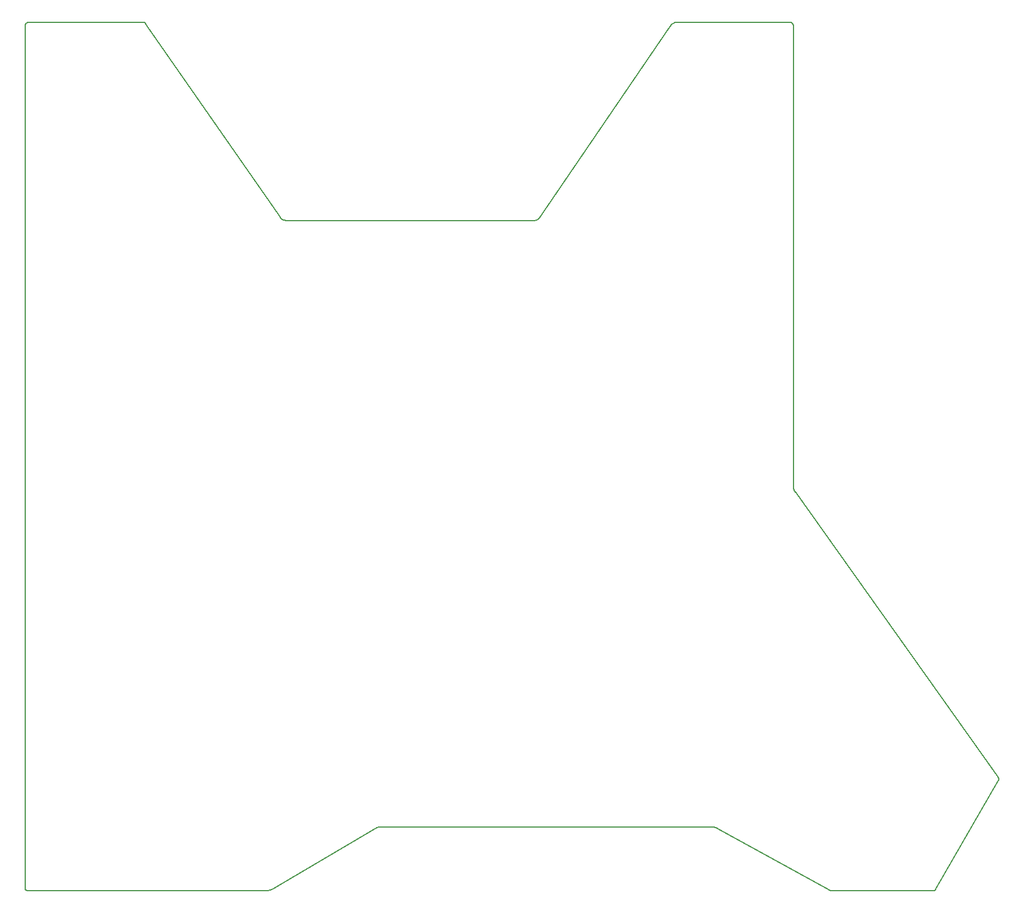
<source format=gbr>
%TF.GenerationSoftware,KiCad,Pcbnew,(6.0.4-0)*%
%TF.CreationDate,2022-04-23T01:33:07+09:00*%
%TF.ProjectId,diodeless,64696f64-656c-4657-9373-2e6b69636164,rev?*%
%TF.SameCoordinates,Original*%
%TF.FileFunction,Profile,NP*%
%FSLAX46Y46*%
G04 Gerber Fmt 4.6, Leading zero omitted, Abs format (unit mm)*
G04 Created by KiCad (PCBNEW (6.0.4-0)) date 2022-04-23 01:33:07*
%MOMM*%
%LPD*%
G01*
G04 APERTURE LIST*
%TA.AperFunction,Profile*%
%ADD10C,0.200000*%
%TD*%
G04 APERTURE END LIST*
D10*
X130857781Y-154180221D02*
X130827358Y-154172327D01*
X48085542Y-154115430D02*
X48039301Y-154129661D01*
X113910772Y-144906714D02*
X113859116Y-144888439D01*
X49915833Y-55066810D02*
X49940146Y-55081022D01*
X63599991Y-145029007D02*
X63599991Y-145029007D01*
X125714066Y-95398941D02*
X155600006Y-137472000D01*
X29262660Y-25900446D02*
X29317461Y-25901513D01*
X50400002Y-55200001D02*
X50400002Y-55200001D01*
X130743338Y-154141464D02*
X130716690Y-154128761D01*
X87302454Y-55176111D02*
X87356789Y-55162527D01*
X130516632Y-154005341D02*
X130516632Y-154005341D01*
X87835556Y-54799671D02*
X87835556Y-54799671D01*
X87795164Y-54849476D02*
X87835556Y-54799671D01*
X49591232Y-54754448D02*
X49631232Y-54807006D01*
X114168153Y-145025056D02*
X114132742Y-145005488D01*
X11963034Y-154016024D02*
X11952708Y-153996527D01*
X29199999Y-25900000D02*
X29199999Y-25900000D01*
X64599991Y-144800003D02*
X64470016Y-144803568D01*
X12013832Y-26159999D02*
X12045609Y-26110922D01*
X155666382Y-137811986D02*
X155659273Y-137826723D01*
X113518979Y-144809152D02*
X113459550Y-144803220D01*
X12322489Y-25908669D02*
X12347879Y-25903896D01*
X63822710Y-144908987D02*
X63763802Y-144933459D01*
X125406937Y-94781264D02*
X125413124Y-94834865D01*
X49940146Y-55081022D02*
X49964892Y-55094424D01*
X87050003Y-55200001D02*
X87119024Y-55198525D01*
X125402798Y-94724706D02*
X125406937Y-94781264D01*
X125462036Y-95028029D02*
X125481224Y-95073091D01*
X146170644Y-154170456D02*
X146157166Y-154175932D01*
X155691849Y-137643486D02*
X155693865Y-137657038D01*
X87457168Y-55125975D02*
X87503854Y-55102937D01*
X11943311Y-153975899D02*
X11934839Y-153954120D01*
X12080647Y-26065690D02*
X12118743Y-26024820D01*
X130770453Y-154152956D02*
X130743338Y-154141464D01*
X125432380Y-94934863D02*
X125445816Y-94982092D01*
X108000000Y-25900000D02*
X108000000Y-25900000D01*
X29317461Y-25901513D02*
X29365258Y-25903524D01*
X50151721Y-55165760D02*
X50210000Y-55179000D01*
X125135648Y-25978236D02*
X125159015Y-25996990D01*
X87356789Y-55162527D02*
X87408253Y-55145826D01*
X11960888Y-26267635D02*
X11985524Y-26212409D01*
X47886743Y-154167249D02*
X47829146Y-154178524D01*
X87183892Y-55194075D02*
X87244929Y-55186615D01*
X130516632Y-154005341D02*
X114199997Y-145044006D01*
X29459731Y-25914810D02*
X29475193Y-25918464D01*
X113459550Y-144803220D02*
X113399994Y-144800003D01*
X155621906Y-137498015D02*
X155631815Y-137511050D01*
X114052200Y-144965450D02*
X114007560Y-144945457D01*
X49891936Y-55051783D02*
X49915833Y-55066810D01*
X50095737Y-55149365D02*
X50123451Y-55157958D01*
X155659273Y-137826723D02*
X155651379Y-137841589D01*
X49591232Y-54754448D02*
X49591232Y-54754448D01*
X125302569Y-26199505D02*
X125315484Y-26229959D01*
X146183781Y-154164453D02*
X146170644Y-154170456D01*
X146051890Y-154198860D02*
X146035092Y-154199839D01*
X107962210Y-25903197D02*
X108000000Y-25900000D01*
X64138991Y-144830807D02*
X64073618Y-144841377D01*
X12061584Y-154122536D02*
X12044669Y-154110390D01*
X146278546Y-154098423D02*
X146256347Y-154117821D01*
X29575683Y-25971258D02*
X29598285Y-25992486D01*
X125481224Y-95073091D02*
X125503563Y-95117692D01*
X29475193Y-25918464D02*
X29489761Y-25922678D01*
X48522667Y-153922913D02*
X48522667Y-153922913D01*
X49631232Y-54807006D02*
X49671984Y-54856167D01*
X48130543Y-154100124D02*
X48085542Y-154115430D01*
X29673747Y-26080624D02*
X29738998Y-26163000D01*
X125057692Y-25932992D02*
X125085013Y-25946142D01*
X12183217Y-154175766D02*
X12160531Y-154169132D01*
X124967399Y-25906267D02*
X124998911Y-25912960D01*
X47940541Y-154155437D02*
X47886743Y-154167249D01*
X50123451Y-55157958D02*
X50151721Y-55165760D01*
X125159015Y-25996990D02*
X125181115Y-26017423D01*
X130889941Y-154186928D02*
X130857781Y-154180221D01*
X29738998Y-26163000D02*
X49591232Y-54754448D01*
X155695673Y-137684368D02*
X155695458Y-137698155D01*
X155649532Y-137537197D02*
X155657333Y-137550319D01*
X11900000Y-26568001D02*
X11900000Y-26568001D01*
X12283723Y-154194020D02*
X12231512Y-154186508D01*
X125400002Y-26699999D02*
X125400002Y-26699999D01*
X11900000Y-92750000D02*
X11900000Y-26568001D01*
X130827358Y-154172327D02*
X130798354Y-154163241D01*
X107884962Y-25921038D02*
X107923838Y-25910279D01*
X12373724Y-25900984D02*
X12400000Y-25900000D01*
X155694492Y-137712030D02*
X155692770Y-137725997D01*
X107806010Y-25952757D02*
X107845660Y-25935266D01*
X11952708Y-153996527D02*
X11943311Y-153975899D01*
X11923459Y-26384478D02*
X11940131Y-26325162D01*
X107605271Y-26081864D02*
X107685752Y-26022721D01*
X146221306Y-154143364D02*
X146209095Y-154150899D01*
X50270713Y-55189105D02*
X50334000Y-55196098D01*
X49845320Y-55019279D02*
X49891936Y-55051783D01*
X29646461Y-26046845D02*
X29673747Y-26080624D01*
X113750506Y-144855275D02*
X113694044Y-144840861D01*
X146068215Y-154197290D02*
X146051890Y-154198860D01*
X63652208Y-144993222D02*
X63599991Y-145029007D01*
X87755107Y-54895811D02*
X87795164Y-54849476D01*
X64271273Y-144815532D02*
X64204954Y-144822275D01*
X125372249Y-26426722D02*
X125383905Y-26495386D01*
X155622950Y-137887001D02*
X155600006Y-137917999D01*
X47767112Y-154189395D02*
X47700001Y-154199997D01*
X113578034Y-144817562D02*
X113518979Y-144809152D01*
X155678263Y-137782876D02*
X155672711Y-137797371D01*
X29738998Y-26163000D02*
X29738998Y-26163000D01*
X48039301Y-154129661D02*
X47991180Y-154142952D01*
X49964892Y-55094424D02*
X49990089Y-55107018D01*
X50015755Y-55118806D02*
X50041906Y-55129791D01*
X146360884Y-154003250D02*
X146341007Y-154029554D01*
X125445816Y-94982092D02*
X125462036Y-95028029D01*
X130663532Y-154099690D02*
X130636387Y-154083310D01*
X125357101Y-26359091D02*
X125372249Y-26426722D01*
X12297582Y-25915241D02*
X12322489Y-25908669D01*
X125413124Y-94834865D02*
X125421544Y-94885926D01*
X48174944Y-154083611D02*
X48130543Y-154100124D01*
X12400000Y-154199997D02*
X12339878Y-154198462D01*
X125110990Y-25961255D02*
X125135648Y-25978236D01*
X125591326Y-95252897D02*
X125628108Y-95299819D01*
X108000000Y-25900000D02*
X124900002Y-25900000D01*
X11903187Y-26506412D02*
X11911075Y-26445066D01*
X11940131Y-26325162D02*
X11960888Y-26267635D01*
X107222554Y-26465284D02*
X107294392Y-26382445D01*
X146400009Y-153945999D02*
X146380508Y-153975377D01*
X48219384Y-154065754D02*
X48174944Y-154083611D01*
X29365258Y-25903524D02*
X29406908Y-25906804D01*
X155600006Y-137472000D02*
X155621906Y-137498015D01*
X107685752Y-26022721D02*
X107725978Y-25996692D01*
X87715065Y-54938711D02*
X87755107Y-54895811D01*
X114199997Y-145044006D02*
X114199997Y-145044006D01*
X11900000Y-153736023D02*
X11900000Y-153736023D01*
X87633742Y-55014351D02*
X87674716Y-54978213D01*
X12249314Y-25933521D02*
X12273182Y-25923546D01*
X12339878Y-154198462D02*
X12283723Y-154194020D01*
X47700001Y-154199997D02*
X12400000Y-154199997D01*
X125399933Y-94601059D02*
X125399933Y-94601059D01*
X146129121Y-154185274D02*
X146114521Y-154189123D01*
X125085013Y-25946142D02*
X125110990Y-25961255D01*
X155641025Y-137524109D02*
X155649532Y-137537197D01*
X107845660Y-25935266D02*
X107884962Y-25921038D01*
X48264503Y-154046421D02*
X48219384Y-154065754D01*
X146380508Y-153975377D02*
X146360884Y-154003250D01*
X125257381Y-26114049D02*
X125273544Y-26141455D01*
X87408253Y-55145826D02*
X87457168Y-55125975D01*
X29529167Y-25939085D02*
X29541228Y-25945944D01*
X29443267Y-25911676D02*
X29459731Y-25914810D01*
X12138815Y-154161631D02*
X12118065Y-154153240D01*
X12226006Y-25945100D02*
X12249314Y-25933521D01*
X124998911Y-25912960D02*
X125029000Y-25921900D01*
X12118065Y-154153240D02*
X12098279Y-154143941D01*
X125327369Y-26261239D02*
X125338249Y-26293251D01*
X12400000Y-25900000D02*
X12400000Y-25900000D01*
X11986485Y-154051707D02*
X11974292Y-154034411D01*
X106889000Y-26899000D02*
X106889000Y-26899000D01*
X125348151Y-26325900D02*
X125357101Y-26359091D01*
X131000015Y-154199997D02*
X131000015Y-154199997D01*
X11900000Y-92750000D02*
X11900000Y-92750000D01*
X12160531Y-154169132D02*
X12138815Y-154161631D01*
X87674716Y-54978213D02*
X87715065Y-54938711D01*
X146320745Y-154054226D02*
X146299969Y-154077204D01*
X146143331Y-154180874D02*
X146129121Y-154185274D01*
X12013688Y-154083108D02*
X11999616Y-154067933D01*
X29516641Y-25932948D02*
X29529167Y-25939085D01*
X146256347Y-154117821D02*
X146244915Y-154126817D01*
X63883381Y-144887790D02*
X63822710Y-144908987D01*
X125288598Y-26169972D02*
X125302569Y-26199505D01*
X155689097Y-137630004D02*
X155691849Y-137643486D01*
X29564379Y-25961990D02*
X29575683Y-25971258D01*
X125315484Y-26229959D02*
X125327369Y-26261239D01*
X49990089Y-55107018D02*
X50015755Y-55118806D01*
X87119024Y-55198525D02*
X87183892Y-55194075D01*
X125628108Y-95299819D02*
X125668960Y-95348362D01*
X63706889Y-144961455D02*
X63652208Y-144993222D01*
X11906250Y-153827250D02*
X11903265Y-153798141D01*
X64599991Y-144800003D02*
X64599991Y-144800003D01*
X155690291Y-137740061D02*
X155687049Y-137754226D01*
X29552929Y-25953566D02*
X29564379Y-25961990D01*
X113694044Y-144840861D02*
X113636471Y-144828211D01*
X11911075Y-26445066D02*
X11923459Y-26384478D01*
X113636471Y-144828211D02*
X113578034Y-144817562D01*
X107154318Y-26547877D02*
X107222554Y-26465284D01*
X87548631Y-55076677D02*
X87591820Y-55047160D01*
X146244915Y-154126817D02*
X146233240Y-154135334D01*
X12400000Y-25900000D02*
X12400000Y-25900000D01*
X113399994Y-144800003D02*
X64599991Y-144800003D01*
X87503854Y-55102937D02*
X87548631Y-55076677D01*
X125383905Y-26495386D02*
X125392275Y-26564325D01*
X125558430Y-95207179D02*
X125591326Y-95252897D01*
X50210000Y-55179000D02*
X50270713Y-55189105D01*
X47700001Y-154199997D02*
X47700001Y-154199997D01*
X106977458Y-26777565D02*
X107090307Y-26628562D01*
X50400002Y-55200001D02*
X87050003Y-55200001D01*
X114199997Y-145044006D02*
X114168153Y-145025056D01*
X155657333Y-137550319D02*
X155664424Y-137563479D01*
X113960336Y-144925799D02*
X113910772Y-144906714D01*
X47991180Y-154142952D02*
X47940541Y-154155437D01*
X130690194Y-154114838D02*
X130663532Y-154099690D01*
X146000015Y-154199997D02*
X131000015Y-154199997D01*
X113805611Y-144871213D02*
X113750506Y-144855275D01*
X106889000Y-26899000D02*
X106977458Y-26777565D01*
X48410329Y-153978221D02*
X48310940Y-154025477D01*
X11999616Y-154067933D02*
X11986485Y-154051707D01*
X107923838Y-25910279D02*
X107962210Y-25903197D01*
X11985524Y-26212409D02*
X12013832Y-26159999D01*
X125399933Y-94601059D02*
X125400525Y-94664777D01*
X124900002Y-25900000D02*
X124900002Y-25900000D01*
X155600006Y-137472000D02*
X155600006Y-137472000D01*
X12400000Y-154199997D02*
X12400000Y-154199997D01*
X11974292Y-154034411D02*
X11963034Y-154016024D01*
X48310940Y-154025477D02*
X48264503Y-154046421D01*
X11934839Y-153954120D02*
X11927289Y-153931169D01*
X125668960Y-95348362D02*
X125714066Y-95398941D01*
X12098279Y-154143941D02*
X12079452Y-154133713D01*
X29503541Y-25927493D02*
X29516641Y-25932948D01*
X155642696Y-137856588D02*
X155633221Y-137871724D01*
X146035092Y-154199839D02*
X146017806Y-154200221D01*
X114094009Y-144985540D02*
X114052200Y-144965450D01*
X155676461Y-137589930D02*
X155681399Y-137603230D01*
X114007560Y-144945457D02*
X113960336Y-144925799D01*
X146114521Y-154189123D02*
X146099514Y-154192414D01*
X107294392Y-26382445D02*
X107369206Y-26301022D01*
X87835556Y-54799671D02*
X106889000Y-26899000D01*
X125397571Y-26632782D02*
X125400002Y-26699999D01*
X155631815Y-137511050D02*
X155641025Y-137524109D01*
X64204954Y-144822275D02*
X64138991Y-144830807D01*
X50041906Y-55129791D02*
X50068561Y-55139977D01*
X125240082Y-26087848D02*
X125257381Y-26114049D01*
X87050003Y-55200001D02*
X87050003Y-55200001D01*
X12206876Y-154181551D02*
X12183217Y-154175766D01*
X87591820Y-55047160D02*
X87633742Y-55014351D01*
X49756306Y-54944385D02*
X49800156Y-54983487D01*
X155683040Y-137768496D02*
X155678263Y-137782876D01*
X146157166Y-154175932D02*
X146143331Y-154180874D01*
X146209095Y-154150899D02*
X146196592Y-154157931D01*
X114132742Y-145005488D02*
X114094009Y-144985540D01*
X12118743Y-26024820D02*
X12138872Y-26006181D01*
X11900000Y-153736023D02*
X11900000Y-92750000D01*
X155695458Y-137698155D02*
X155694492Y-137712030D01*
X107369206Y-26301022D02*
X107446374Y-26222677D01*
X146233240Y-154135334D02*
X146221306Y-154143364D01*
X12231512Y-154186508D02*
X12206876Y-154181551D01*
X12159689Y-25988825D02*
X12181167Y-25972817D01*
X107090307Y-26628562D02*
X107154318Y-26547877D01*
X146017806Y-154200221D02*
X146000015Y-154199997D01*
X124900002Y-25900000D02*
X124934438Y-25901915D01*
X12181167Y-25972817D02*
X12203282Y-25958220D01*
X125529237Y-95162249D02*
X125558430Y-95207179D01*
X125201976Y-26039441D02*
X125221623Y-26062947D01*
X49671984Y-54856167D02*
X49713629Y-54901952D01*
X29541228Y-25945944D02*
X29552929Y-25953566D01*
X155693865Y-137657038D02*
X155695141Y-137670664D01*
X64470016Y-144803568D02*
X64337712Y-144810332D01*
X29406908Y-25906804D02*
X29443267Y-25911676D01*
X12044669Y-154110390D02*
X12028704Y-154097254D01*
X29621592Y-26017574D02*
X29646461Y-26046845D01*
X130798354Y-154163241D02*
X130770453Y-154152956D01*
X107525270Y-26149070D02*
X107605271Y-26081864D01*
X63599991Y-145029007D02*
X48522667Y-153922913D01*
X155687049Y-137754226D02*
X155683040Y-137768496D01*
X155692770Y-137725997D02*
X155690291Y-137740061D01*
X113859116Y-144888439D02*
X113805611Y-144871213D01*
X11927289Y-153931169D02*
X11920659Y-153907027D01*
X125714066Y-95398941D02*
X125714066Y-95398941D01*
X130960741Y-154196809D02*
X130924156Y-154192455D01*
X125221623Y-26062947D02*
X125240082Y-26087848D01*
X63945578Y-144869621D02*
X63883381Y-144887790D01*
X125421544Y-94885926D02*
X125432380Y-94934863D01*
X124934438Y-25901915D02*
X124967399Y-25906267D01*
X49713629Y-54901952D02*
X49756306Y-54944385D01*
X64337712Y-144810332D02*
X64271273Y-144815532D01*
X48522667Y-153922913D02*
X48410329Y-153978221D01*
X12203282Y-25958220D02*
X12226006Y-25945100D01*
X113399994Y-144800003D02*
X113399994Y-144800003D01*
X146099514Y-154192414D02*
X146084084Y-154195139D01*
X155672711Y-137797371D02*
X155666382Y-137811986D01*
X155681399Y-137603230D02*
X155685613Y-137616587D01*
X130924156Y-154192455D02*
X130889941Y-154186928D01*
X49800156Y-54983487D02*
X49845320Y-55019279D01*
X64073618Y-144841377D02*
X64009069Y-144854233D01*
X29489761Y-25922678D02*
X29503541Y-25927493D01*
X155651379Y-137841589D02*
X155642696Y-137856588D01*
X125400002Y-26699999D02*
X125399933Y-94601059D01*
X29598285Y-25992486D02*
X29621592Y-26017574D01*
X12028704Y-154097254D02*
X12013688Y-154083108D01*
X125273544Y-26141455D02*
X125288598Y-26169972D01*
X155633221Y-137871724D02*
X155622950Y-137887001D01*
X131000015Y-154199997D02*
X130960741Y-154196809D01*
X12138872Y-26006181D02*
X12159689Y-25988825D01*
X146400009Y-153945999D02*
X146400009Y-153945999D01*
X11914944Y-153881674D02*
X11910143Y-153855088D01*
X47829146Y-154178524D02*
X47767112Y-154189395D01*
X12273182Y-25923546D02*
X12297582Y-25915241D01*
X87244929Y-55186615D02*
X87302454Y-55176111D01*
X12347879Y-25903896D02*
X12373724Y-25900984D01*
X11910143Y-153855088D02*
X11906250Y-153827250D01*
X12045609Y-26110922D02*
X12080647Y-26065690D01*
X107725978Y-25996692D02*
X107766090Y-25973301D01*
X130579379Y-154046828D02*
X130516632Y-154005341D01*
X11900000Y-26568001D02*
X11903187Y-26506412D01*
X107766090Y-25973301D02*
X107806010Y-25952757D01*
X130636387Y-154083310D02*
X130579379Y-154046828D01*
X125029000Y-25921900D02*
X125057692Y-25932992D01*
X146341007Y-154029554D02*
X146320745Y-154054226D01*
X130716690Y-154128761D02*
X130690194Y-154114838D01*
X125400525Y-94664777D02*
X125402798Y-94724706D01*
X50334000Y-55196098D02*
X50400002Y-55200001D01*
X12079452Y-154133713D02*
X12061584Y-154122536D01*
X63763802Y-144933459D02*
X63706889Y-144961455D01*
X125181115Y-26017423D02*
X125201976Y-26039441D01*
X155685613Y-137616587D02*
X155689097Y-137630004D01*
X125392275Y-26564325D02*
X125397571Y-26632782D01*
X155695141Y-137670664D02*
X155695673Y-137684368D01*
X155600006Y-137917999D02*
X155600006Y-137917999D01*
X107446374Y-26222677D02*
X107525270Y-26149070D01*
X125503563Y-95117692D02*
X125529237Y-95162249D01*
X11903265Y-153798141D02*
X11900000Y-153736023D01*
X50068561Y-55139977D02*
X50095737Y-55149365D01*
X125338249Y-26293251D02*
X125348151Y-26325900D01*
X155670801Y-137576681D02*
X155676461Y-137589930D01*
X146000015Y-154199997D02*
X146000015Y-154199997D01*
X29199999Y-25900000D02*
X29262660Y-25900446D01*
X11920659Y-153907027D02*
X11914944Y-153881674D01*
X146084084Y-154195139D02*
X146068215Y-154197290D01*
X146196592Y-154157931D02*
X146183781Y-154164453D01*
X155664424Y-137563479D02*
X155670801Y-137576681D01*
X155600006Y-137917999D02*
X146400009Y-153945999D01*
X64009069Y-144854233D02*
X63945578Y-144869621D01*
X12400000Y-25900000D02*
X29199999Y-25900000D01*
X146299969Y-154077204D02*
X146278546Y-154098423D01*
M02*

</source>
